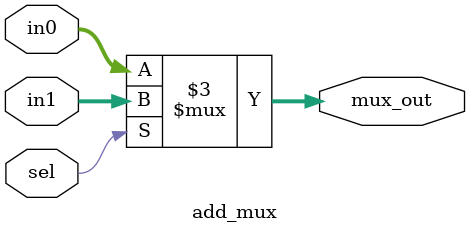
<source format=v>

module add_mux
#(
  parameter WIDTH=5
 )
 (
  input  wire             sel  ,
  input  wire [WIDTH-1:0] in0  ,
  input  wire [WIDTH-1:0] in1  ,
  output reg  [WIDTH-1:0] mux_out
 );

  always @*
    if ( sel )
      mux_out = in1 ;
    else
      mux_out = in0 ;

endmodule

</source>
